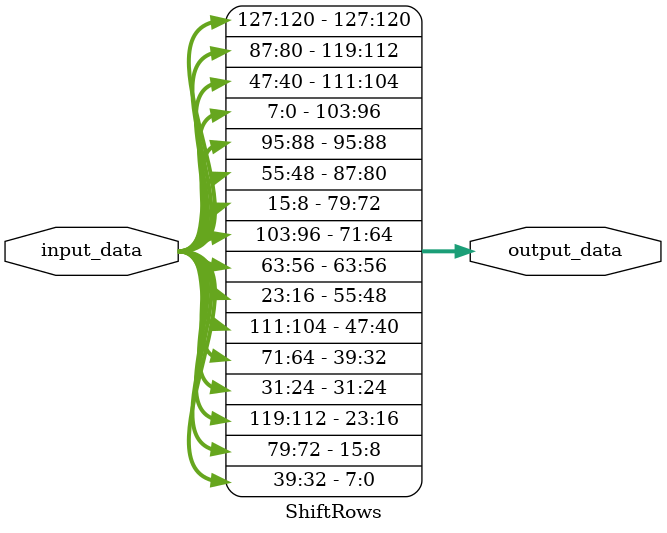
<source format=v>
`timescale 1ns / 1ps


module ShiftRows(input wire [127:0] input_data,
                 output wire [127:0] output_data
                 );
                                  
assign output_data[127:120] /*00*/ = input_data[127:120]; 
assign output_data[119:112] /*10*/  = input_data[87:80];   
assign output_data[111:104] /*20*/  = input_data[47:40];
assign output_data[103:96] /*30*/  = input_data[7:0];
assign output_data[95:88] /*01*/  = input_data[95:88];
assign output_data[87:80] /*11*/  = input_data[55:48];
assign output_data[79:72] /*21*/  = input_data[15:8];
assign output_data[71:64] /*31*/  = input_data[103:96];
assign output_data[63:56] /*02*/  = input_data[63:56];
assign output_data[55:48] /*12*/  = input_data[23:16];
assign output_data[47:40] /*22*/  = input_data[111:104];
assign output_data[39:32] /*32*/  = input_data[71:64];
assign output_data[31:24] /*03*/  = input_data[31:24];
assign output_data[23:16] /*13*/  = input_data[119:112];
assign output_data[15:8] /*23*/  = input_data[79:72];
assign output_data[7:0] /*33*/  = input_data[39:32];

endmodule

</source>
